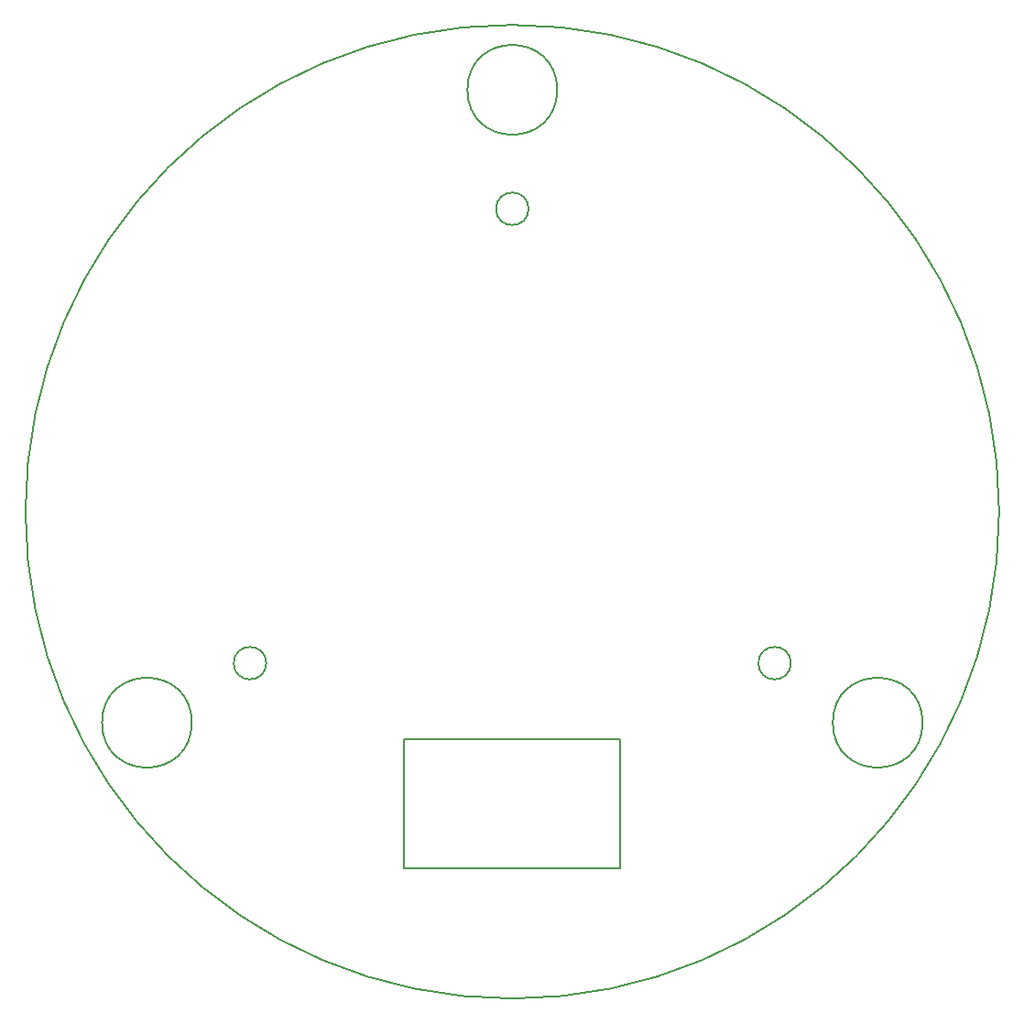
<source format=gbr>
G04 #@! TF.GenerationSoftware,KiCad,Pcbnew,(5.0.0)*
G04 #@! TF.CreationDate,2018-08-26T02:27:25+09:00*
G04 #@! TF.ProjectId,core,636F72652E6B696361645F7063620000,rev?*
G04 #@! TF.SameCoordinates,Original*
G04 #@! TF.FileFunction,Profile,NP*
%FSLAX46Y46*%
G04 Gerber Fmt 4.6, Leading zero omitted, Abs format (unit mm)*
G04 Created by KiCad (PCBNEW (5.0.0)) date 08/26/18 02:27:25*
%MOMM*%
%LPD*%
G01*
G04 APERTURE LIST*
%ADD10C,0.150000*%
%ADD11C,0.200000*%
G04 APERTURE END LIST*
D10*
X-29624990Y-19499999D02*
G75*
G03X-29624990Y-19499999I-4150000J0D01*
G01*
X37924990Y-19499999D02*
G75*
G03X37924990Y-19499999I-4150000J0D01*
G01*
X10000000Y-21000000D02*
X10000000Y-26000000D01*
X-10000000Y-21000000D02*
X10000000Y-21000000D01*
X-10000000Y-26000000D02*
X-10000000Y-21000000D01*
X10000000Y-33000000D02*
X0Y-33000000D01*
X10000000Y-26000000D02*
X10000000Y-33000000D01*
X-10000000Y-33000000D02*
X-10000000Y-26000000D01*
X0Y-33000000D02*
X-10000000Y-33000000D01*
X25748711Y-13999999D02*
G75*
G03X25748711Y-13999999I-1500000J0D01*
G01*
X-22748711Y-13999999D02*
G75*
G03X-22748711Y-13999999I-1500000J0D01*
G01*
X1500000Y28000000D02*
G75*
G03X1500000Y28000000I-1500000J0D01*
G01*
X4150000Y39000000D02*
G75*
G03X4150000Y39000000I-4150000J0D01*
G01*
D11*
X45000000Y0D02*
G75*
G03X45000000Y0I-45000000J0D01*
G01*
M02*

</source>
